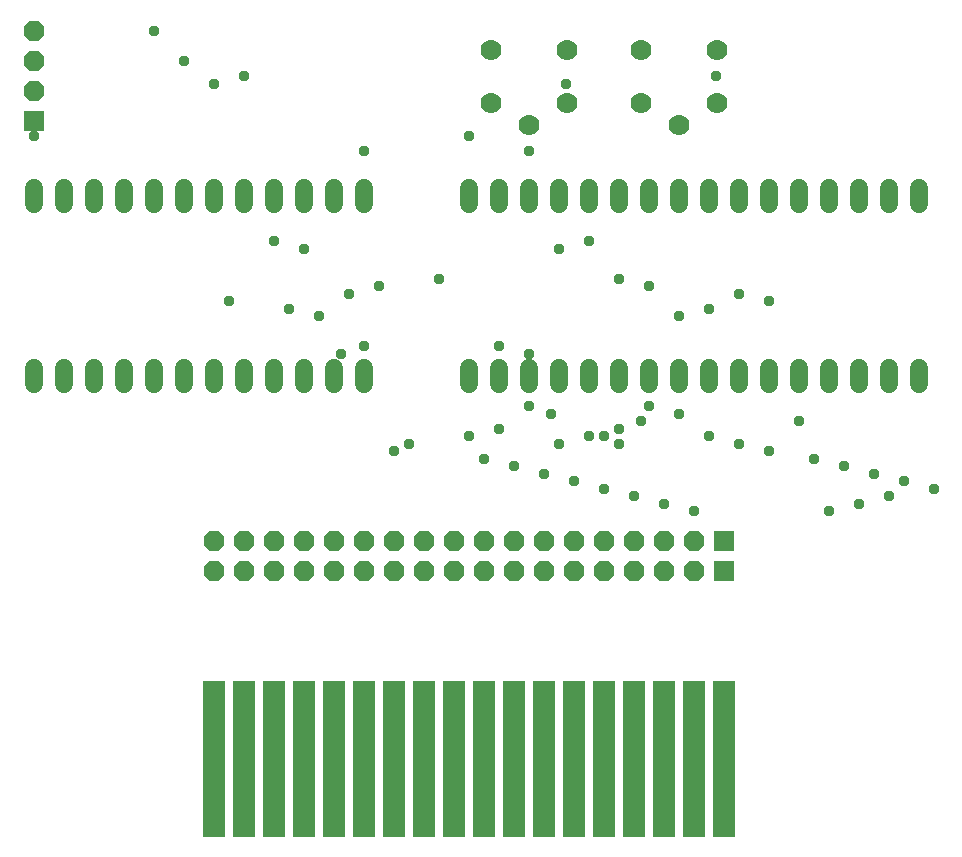
<source format=gts>
G04 EAGLE Gerber RS-274X export*
G75*
%MOMM*%
%FSLAX34Y34*%
%LPD*%
%INTop Solder Mask*%
%IPPOS*%
%AMOC8*
5,1,8,0,0,1.08239X$1,22.5*%
G01*
%ADD10C,1.524000*%
%ADD11R,1.727200X1.727200*%
%ADD12P,1.869504X8X292.500000*%
%ADD13P,1.869504X8X202.500000*%
%ADD14C,1.778200*%
%ADD15R,1.981200X13.203200*%
%ADD16C,0.959600*%


D10*
X63500Y393446D02*
X63500Y406654D01*
X88900Y406654D02*
X88900Y393446D01*
X114300Y393446D02*
X114300Y406654D01*
X139700Y406654D02*
X139700Y393446D01*
X165100Y393446D02*
X165100Y406654D01*
X190500Y406654D02*
X190500Y393446D01*
X215900Y393446D02*
X215900Y406654D01*
X241300Y406654D02*
X241300Y393446D01*
X266700Y393446D02*
X266700Y406654D01*
X292100Y406654D02*
X292100Y393446D01*
X317500Y393446D02*
X317500Y406654D01*
X342900Y406654D02*
X342900Y393446D01*
X342900Y545846D02*
X342900Y559054D01*
X317500Y559054D02*
X317500Y545846D01*
X292100Y545846D02*
X292100Y559054D01*
X266700Y559054D02*
X266700Y545846D01*
X241300Y545846D02*
X241300Y559054D01*
X215900Y559054D02*
X215900Y545846D01*
X190500Y545846D02*
X190500Y559054D01*
X165100Y559054D02*
X165100Y545846D01*
X139700Y545846D02*
X139700Y559054D01*
X114300Y559054D02*
X114300Y545846D01*
X88900Y545846D02*
X88900Y559054D01*
X63500Y559054D02*
X63500Y545846D01*
X431800Y406654D02*
X431800Y393446D01*
X457200Y393446D02*
X457200Y406654D01*
X584200Y406654D02*
X584200Y393446D01*
X609600Y393446D02*
X609600Y406654D01*
X482600Y406654D02*
X482600Y393446D01*
X508000Y393446D02*
X508000Y406654D01*
X558800Y406654D02*
X558800Y393446D01*
X533400Y393446D02*
X533400Y406654D01*
X635000Y406654D02*
X635000Y393446D01*
X660400Y393446D02*
X660400Y406654D01*
X685800Y406654D02*
X685800Y393446D01*
X711200Y393446D02*
X711200Y406654D01*
X736600Y406654D02*
X736600Y393446D01*
X762000Y393446D02*
X762000Y406654D01*
X787400Y406654D02*
X787400Y393446D01*
X812800Y393446D02*
X812800Y406654D01*
X812800Y545846D02*
X812800Y559054D01*
X787400Y559054D02*
X787400Y545846D01*
X762000Y545846D02*
X762000Y559054D01*
X736600Y559054D02*
X736600Y545846D01*
X711200Y545846D02*
X711200Y559054D01*
X685800Y559054D02*
X685800Y545846D01*
X660400Y545846D02*
X660400Y559054D01*
X635000Y559054D02*
X635000Y545846D01*
X609600Y545846D02*
X609600Y559054D01*
X584200Y559054D02*
X584200Y545846D01*
X558800Y545846D02*
X558800Y559054D01*
X533400Y559054D02*
X533400Y545846D01*
X508000Y545846D02*
X508000Y559054D01*
X482600Y559054D02*
X482600Y545846D01*
X457200Y545846D02*
X457200Y559054D01*
X431800Y559054D02*
X431800Y545846D01*
D11*
X647700Y260350D03*
D12*
X622300Y260350D03*
X596900Y260350D03*
X571500Y260350D03*
X546100Y260350D03*
X520700Y260350D03*
X495300Y260350D03*
X469900Y260350D03*
X444500Y260350D03*
X419100Y260350D03*
X393700Y260350D03*
X368300Y260350D03*
X342900Y260350D03*
X317500Y260350D03*
X292100Y260350D03*
X266700Y260350D03*
X241300Y260350D03*
X215900Y260350D03*
D11*
X647700Y234950D03*
D12*
X622300Y234950D03*
X596900Y234950D03*
X571500Y234950D03*
X546100Y234950D03*
X520700Y234950D03*
X495300Y234950D03*
X469900Y234950D03*
X444500Y234950D03*
X419100Y234950D03*
X393700Y234950D03*
X368300Y234950D03*
X342900Y234950D03*
X317500Y234950D03*
X292100Y234950D03*
X266700Y234950D03*
X241300Y234950D03*
X215900Y234950D03*
D11*
X63500Y615950D03*
D13*
X63500Y641350D03*
X63500Y666750D03*
X63500Y692150D03*
D14*
X450100Y676550D03*
X515100Y676550D03*
X450100Y631550D03*
X515100Y631550D03*
X482600Y613050D03*
X577100Y676550D03*
X642100Y676550D03*
X577100Y631550D03*
X642100Y631550D03*
X609600Y613050D03*
D15*
X647700Y76200D03*
X622300Y76200D03*
X596900Y76200D03*
X571500Y76200D03*
X546100Y76200D03*
X520700Y76200D03*
X495300Y76200D03*
X469900Y76200D03*
X444500Y76200D03*
X419100Y76200D03*
X393700Y76200D03*
X368300Y76200D03*
X342900Y76200D03*
X317500Y76200D03*
X292100Y76200D03*
X266700Y76200D03*
X241300Y76200D03*
X215900Y76200D03*
D16*
X622300Y285750D03*
X736600Y285750D03*
X596900Y292100D03*
X762000Y292100D03*
X571500Y298450D03*
X787400Y298450D03*
X546100Y304800D03*
X825500Y304800D03*
X520700Y311150D03*
X800100Y311150D03*
X495300Y317500D03*
X774700Y317500D03*
X469900Y323850D03*
X749300Y323850D03*
X444500Y330200D03*
X723900Y330200D03*
X368300Y336550D03*
X685800Y336550D03*
X279400Y457200D03*
X635000Y457200D03*
X228600Y463550D03*
X685800Y463550D03*
X577850Y361950D03*
X711200Y361950D03*
X660400Y342900D03*
X558800Y342900D03*
X546100Y349250D03*
X635000Y349250D03*
X501650Y368300D03*
X609600Y368300D03*
X482600Y374650D03*
X584200Y374650D03*
X457200Y355600D03*
X558800Y355600D03*
X431800Y349250D03*
X533400Y349250D03*
X558800Y482600D03*
X406400Y482600D03*
X381000Y342872D03*
X508000Y342900D03*
X584200Y476250D03*
X355600Y476250D03*
X330200Y469900D03*
X660400Y469900D03*
X304800Y450850D03*
X609600Y450850D03*
X431800Y603250D03*
X63500Y603024D03*
X482600Y419100D03*
X323850Y419100D03*
X292100Y508000D03*
X508000Y508000D03*
X266700Y514350D03*
X533400Y514350D03*
X482600Y590550D03*
X342900Y590550D03*
X457200Y425450D03*
X342900Y425450D03*
X165100Y692150D03*
X190500Y666750D03*
X215900Y647700D03*
X514350Y647700D03*
X241300Y654050D03*
X641350Y654050D03*
M02*

</source>
